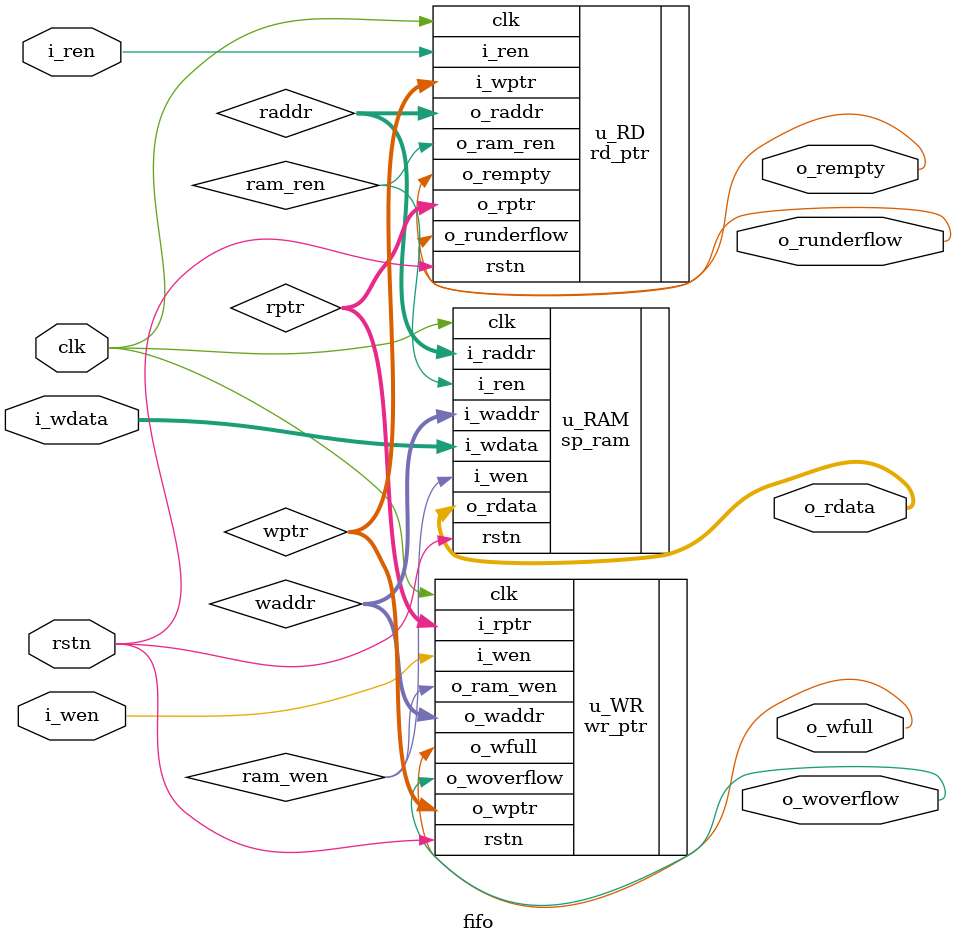
<source format=sv>

`default_nettype none

module fifo # (
  parameter int ALEN = 8,
  parameter int DLEN = 8,
  parameter int INCR = 1
)(
  input var                     clk,
  input var                     rstn,

  input var                     i_wen,
  input var         [DLEN-1:0]  i_wdata,
  output var logic              o_wfull,
  output var logic              o_woverflow,

  input var                     i_ren,
  output var logic  [DLEN-1:0]  o_rdata,
  output var logic              o_rempty,
  output var logic              o_runderflow
);

/* Pointer Instantiations */
logic [ALEN-1:0]  waddr;
logic [ALEN:0]    wptr;
logic [ALEN-1:0]  raddr;
logic [ALEN:0]    rptr;

// Write Pointer
logic ram_wen;
wr_ptr # (
  .ALEN (ALEN),
  .INCR (INCR)
) u_WR (
  .clk          (clk),
  .rstn         (rstn),
  .i_wen        (i_wen),
  .o_waddr      (waddr),
  .o_wptr       (wptr),
  .i_rptr       (rptr),
  .o_wfull      (o_wfull),
  .o_woverflow  (o_woverflow),
  .o_ram_wen    (ram_wen)
);

// Read Pointer
logic ram_ren;
rd_ptr # (
  .ALEN (ALEN),
  .INCR (INCR)
) u_RD (
  .clk          (clk),
  .rstn         (rstn),
  .i_ren        (i_ren),
  .o_raddr      (raddr),
  .o_rptr       (rptr),
  .i_wptr       (wptr),
  .o_rempty     (o_rempty),
  .o_runderflow (o_runderflow),
  .o_ram_ren    (ram_ren)
);

/* Memory Instantiation */
sp_ram # (
  .DLEN (DLEN),
  .ALEN (ALEN)
) u_RAM (
  .clk      (clk),
  .rstn     (rstn),
  .i_wen    (ram_wen),
  .i_waddr  (waddr),
  .i_wdata  (i_wdata),
  .i_ren    (ram_ren),
  .i_raddr  (raddr),
  .o_rdata  (o_rdata)
);


endmodule

</source>
